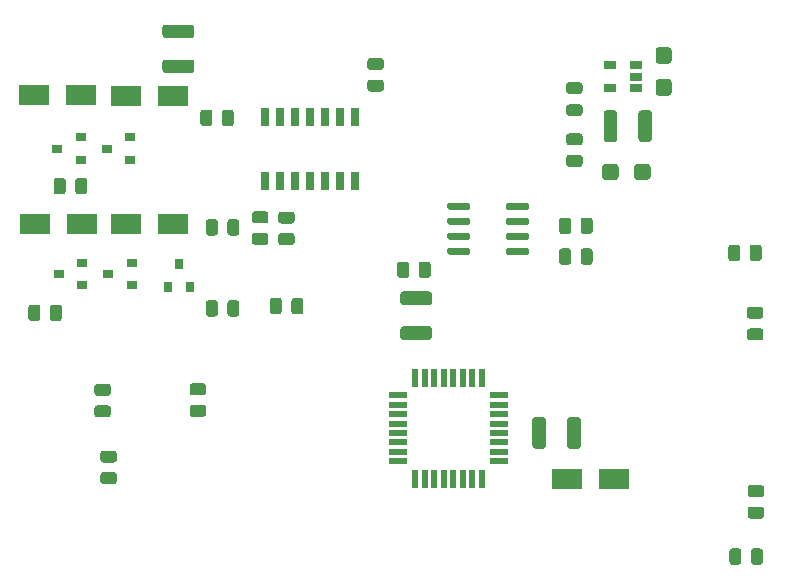
<source format=gbr>
G04 #@! TF.GenerationSoftware,KiCad,Pcbnew,5.1.7-a382d34a8~87~ubuntu20.04.1*
G04 #@! TF.CreationDate,2020-11-09T08:25:24+01:00*
G04 #@! TF.ProjectId,OpenerV1.1_Board,4f70656e-6572-4563-912e-315f426f6172,rev?*
G04 #@! TF.SameCoordinates,Original*
G04 #@! TF.FileFunction,Paste,Top*
G04 #@! TF.FilePolarity,Positive*
%FSLAX46Y46*%
G04 Gerber Fmt 4.6, Leading zero omitted, Abs format (unit mm)*
G04 Created by KiCad (PCBNEW 5.1.7-a382d34a8~87~ubuntu20.04.1) date 2020-11-09 08:25:24*
%MOMM*%
%LPD*%
G01*
G04 APERTURE LIST*
%ADD10R,2.500000X1.800000*%
%ADD11R,1.060000X0.650000*%
%ADD12R,0.550000X1.600000*%
%ADD13R,1.600000X0.550000*%
%ADD14R,0.900000X0.800000*%
%ADD15R,0.800000X0.900000*%
%ADD16R,0.650000X1.525000*%
G04 APERTURE END LIST*
D10*
X151383500Y-81915000D03*
X147383500Y-81915000D03*
G36*
G01*
X115590501Y-44629500D02*
X113390499Y-44629500D01*
G75*
G02*
X113140500Y-44379501I0J249999D01*
G01*
X113140500Y-43729499D01*
G75*
G02*
X113390499Y-43479500I249999J0D01*
G01*
X115590501Y-43479500D01*
G75*
G02*
X115840500Y-43729499I0J-249999D01*
G01*
X115840500Y-44379501D01*
G75*
G02*
X115590501Y-44629500I-249999J0D01*
G01*
G37*
G36*
G01*
X115590501Y-47579500D02*
X113390499Y-47579500D01*
G75*
G02*
X113140500Y-47329501I0J249999D01*
G01*
X113140500Y-46679499D01*
G75*
G02*
X113390499Y-46429500I249999J0D01*
G01*
X115590501Y-46429500D01*
G75*
G02*
X115840500Y-46679499I0J-249999D01*
G01*
X115840500Y-47329501D01*
G75*
G02*
X115590501Y-47579500I-249999J0D01*
G01*
G37*
G36*
G01*
X142214500Y-59014500D02*
X142214500Y-58714500D01*
G75*
G02*
X142364500Y-58564500I150000J0D01*
G01*
X144014500Y-58564500D01*
G75*
G02*
X144164500Y-58714500I0J-150000D01*
G01*
X144164500Y-59014500D01*
G75*
G02*
X144014500Y-59164500I-150000J0D01*
G01*
X142364500Y-59164500D01*
G75*
G02*
X142214500Y-59014500I0J150000D01*
G01*
G37*
G36*
G01*
X142214500Y-60284500D02*
X142214500Y-59984500D01*
G75*
G02*
X142364500Y-59834500I150000J0D01*
G01*
X144014500Y-59834500D01*
G75*
G02*
X144164500Y-59984500I0J-150000D01*
G01*
X144164500Y-60284500D01*
G75*
G02*
X144014500Y-60434500I-150000J0D01*
G01*
X142364500Y-60434500D01*
G75*
G02*
X142214500Y-60284500I0J150000D01*
G01*
G37*
G36*
G01*
X142214500Y-61554500D02*
X142214500Y-61254500D01*
G75*
G02*
X142364500Y-61104500I150000J0D01*
G01*
X144014500Y-61104500D01*
G75*
G02*
X144164500Y-61254500I0J-150000D01*
G01*
X144164500Y-61554500D01*
G75*
G02*
X144014500Y-61704500I-150000J0D01*
G01*
X142364500Y-61704500D01*
G75*
G02*
X142214500Y-61554500I0J150000D01*
G01*
G37*
G36*
G01*
X142214500Y-62824500D02*
X142214500Y-62524500D01*
G75*
G02*
X142364500Y-62374500I150000J0D01*
G01*
X144014500Y-62374500D01*
G75*
G02*
X144164500Y-62524500I0J-150000D01*
G01*
X144164500Y-62824500D01*
G75*
G02*
X144014500Y-62974500I-150000J0D01*
G01*
X142364500Y-62974500D01*
G75*
G02*
X142214500Y-62824500I0J150000D01*
G01*
G37*
G36*
G01*
X137264500Y-62824500D02*
X137264500Y-62524500D01*
G75*
G02*
X137414500Y-62374500I150000J0D01*
G01*
X139064500Y-62374500D01*
G75*
G02*
X139214500Y-62524500I0J-150000D01*
G01*
X139214500Y-62824500D01*
G75*
G02*
X139064500Y-62974500I-150000J0D01*
G01*
X137414500Y-62974500D01*
G75*
G02*
X137264500Y-62824500I0J150000D01*
G01*
G37*
G36*
G01*
X137264500Y-61554500D02*
X137264500Y-61254500D01*
G75*
G02*
X137414500Y-61104500I150000J0D01*
G01*
X139064500Y-61104500D01*
G75*
G02*
X139214500Y-61254500I0J-150000D01*
G01*
X139214500Y-61554500D01*
G75*
G02*
X139064500Y-61704500I-150000J0D01*
G01*
X137414500Y-61704500D01*
G75*
G02*
X137264500Y-61554500I0J150000D01*
G01*
G37*
G36*
G01*
X137264500Y-60284500D02*
X137264500Y-59984500D01*
G75*
G02*
X137414500Y-59834500I150000J0D01*
G01*
X139064500Y-59834500D01*
G75*
G02*
X139214500Y-59984500I0J-150000D01*
G01*
X139214500Y-60284500D01*
G75*
G02*
X139064500Y-60434500I-150000J0D01*
G01*
X137414500Y-60434500D01*
G75*
G02*
X137264500Y-60284500I0J150000D01*
G01*
G37*
G36*
G01*
X137264500Y-59014500D02*
X137264500Y-58714500D01*
G75*
G02*
X137414500Y-58564500I150000J0D01*
G01*
X139064500Y-58564500D01*
G75*
G02*
X139214500Y-58714500I0J-150000D01*
G01*
X139214500Y-59014500D01*
G75*
G02*
X139064500Y-59164500I-150000J0D01*
G01*
X137414500Y-59164500D01*
G75*
G02*
X137264500Y-59014500I0J150000D01*
G01*
G37*
G36*
G01*
X130740998Y-48128500D02*
X131641002Y-48128500D01*
G75*
G02*
X131891000Y-48378498I0J-249998D01*
G01*
X131891000Y-48903502D01*
G75*
G02*
X131641002Y-49153500I-249998J0D01*
G01*
X130740998Y-49153500D01*
G75*
G02*
X130491000Y-48903502I0J249998D01*
G01*
X130491000Y-48378498D01*
G75*
G02*
X130740998Y-48128500I249998J0D01*
G01*
G37*
G36*
G01*
X130740998Y-46303500D02*
X131641002Y-46303500D01*
G75*
G02*
X131891000Y-46553498I0J-249998D01*
G01*
X131891000Y-47078502D01*
G75*
G02*
X131641002Y-47328500I-249998J0D01*
G01*
X130740998Y-47328500D01*
G75*
G02*
X130491000Y-47078502I0J249998D01*
G01*
X130491000Y-46553498D01*
G75*
G02*
X130740998Y-46303500I249998J0D01*
G01*
G37*
D11*
X151046000Y-48829000D03*
X151046000Y-46929000D03*
X153246000Y-46929000D03*
X153246000Y-47879000D03*
X153246000Y-48829000D03*
D12*
X134556500Y-73406000D03*
X135356500Y-73406000D03*
X136156500Y-73406000D03*
X136956500Y-73406000D03*
X137756500Y-73406000D03*
X138556500Y-73406000D03*
X139356500Y-73406000D03*
X140156500Y-73406000D03*
D13*
X141606500Y-74856000D03*
X141606500Y-75656000D03*
X141606500Y-76456000D03*
X141606500Y-77256000D03*
X141606500Y-78056000D03*
X141606500Y-78856000D03*
X141606500Y-79656000D03*
X141606500Y-80456000D03*
D12*
X140156500Y-81906000D03*
X139356500Y-81906000D03*
X138556500Y-81906000D03*
X137756500Y-81906000D03*
X136956500Y-81906000D03*
X136156500Y-81906000D03*
X135356500Y-81906000D03*
X134556500Y-81906000D03*
D13*
X133106500Y-80456000D03*
X133106500Y-79656000D03*
X133106500Y-78856000D03*
X133106500Y-78056000D03*
X133106500Y-77256000D03*
X133106500Y-76456000D03*
X133106500Y-75656000D03*
X133106500Y-74856000D03*
G36*
G01*
X124084502Y-60329500D02*
X123184498Y-60329500D01*
G75*
G02*
X122934500Y-60079502I0J249998D01*
G01*
X122934500Y-59554498D01*
G75*
G02*
X123184498Y-59304500I249998J0D01*
G01*
X124084502Y-59304500D01*
G75*
G02*
X124334500Y-59554498I0J-249998D01*
G01*
X124334500Y-60079502D01*
G75*
G02*
X124084502Y-60329500I-249998J0D01*
G01*
G37*
G36*
G01*
X124084502Y-62154500D02*
X123184498Y-62154500D01*
G75*
G02*
X122934500Y-61904502I0J249998D01*
G01*
X122934500Y-61379498D01*
G75*
G02*
X123184498Y-61129500I249998J0D01*
G01*
X124084502Y-61129500D01*
G75*
G02*
X124334500Y-61379498I0J-249998D01*
G01*
X124334500Y-61904502D01*
G75*
G02*
X124084502Y-62154500I-249998J0D01*
G01*
G37*
G36*
G01*
X121862002Y-60306000D02*
X120961998Y-60306000D01*
G75*
G02*
X120712000Y-60056002I0J249998D01*
G01*
X120712000Y-59530998D01*
G75*
G02*
X120961998Y-59281000I249998J0D01*
G01*
X121862002Y-59281000D01*
G75*
G02*
X122112000Y-59530998I0J-249998D01*
G01*
X122112000Y-60056002D01*
G75*
G02*
X121862002Y-60306000I-249998J0D01*
G01*
G37*
G36*
G01*
X121862002Y-62131000D02*
X120961998Y-62131000D01*
G75*
G02*
X120712000Y-61881002I0J249998D01*
G01*
X120712000Y-61355998D01*
G75*
G02*
X120961998Y-61106000I249998J0D01*
G01*
X121862002Y-61106000D01*
G75*
G02*
X122112000Y-61355998I0J-249998D01*
G01*
X122112000Y-61881002D01*
G75*
G02*
X121862002Y-62131000I-249998J0D01*
G01*
G37*
G36*
G01*
X117837000Y-60192498D02*
X117837000Y-61092502D01*
G75*
G02*
X117587002Y-61342500I-249998J0D01*
G01*
X117061998Y-61342500D01*
G75*
G02*
X116812000Y-61092502I0J249998D01*
G01*
X116812000Y-60192498D01*
G75*
G02*
X117061998Y-59942500I249998J0D01*
G01*
X117587002Y-59942500D01*
G75*
G02*
X117837000Y-60192498I0J-249998D01*
G01*
G37*
G36*
G01*
X119662000Y-60192498D02*
X119662000Y-61092502D01*
G75*
G02*
X119412002Y-61342500I-249998J0D01*
G01*
X118886998Y-61342500D01*
G75*
G02*
X118637000Y-61092502I0J249998D01*
G01*
X118637000Y-60192498D01*
G75*
G02*
X118886998Y-59942500I249998J0D01*
G01*
X119412002Y-59942500D01*
G75*
G02*
X119662000Y-60192498I0J-249998D01*
G01*
G37*
G36*
G01*
X123258000Y-66859998D02*
X123258000Y-67760002D01*
G75*
G02*
X123008002Y-68010000I-249998J0D01*
G01*
X122482998Y-68010000D01*
G75*
G02*
X122233000Y-67760002I0J249998D01*
G01*
X122233000Y-66859998D01*
G75*
G02*
X122482998Y-66610000I249998J0D01*
G01*
X123008002Y-66610000D01*
G75*
G02*
X123258000Y-66859998I0J-249998D01*
G01*
G37*
G36*
G01*
X125083000Y-66859998D02*
X125083000Y-67760002D01*
G75*
G02*
X124833002Y-68010000I-249998J0D01*
G01*
X124307998Y-68010000D01*
G75*
G02*
X124058000Y-67760002I0J249998D01*
G01*
X124058000Y-66859998D01*
G75*
G02*
X124307998Y-66610000I249998J0D01*
G01*
X124833002Y-66610000D01*
G75*
G02*
X125083000Y-66859998I0J-249998D01*
G01*
G37*
G36*
G01*
X117369000Y-50921498D02*
X117369000Y-51821502D01*
G75*
G02*
X117119002Y-52071500I-249998J0D01*
G01*
X116593998Y-52071500D01*
G75*
G02*
X116344000Y-51821502I0J249998D01*
G01*
X116344000Y-50921498D01*
G75*
G02*
X116593998Y-50671500I249998J0D01*
G01*
X117119002Y-50671500D01*
G75*
G02*
X117369000Y-50921498I0J-249998D01*
G01*
G37*
G36*
G01*
X119194000Y-50921498D02*
X119194000Y-51821502D01*
G75*
G02*
X118944002Y-52071500I-249998J0D01*
G01*
X118418998Y-52071500D01*
G75*
G02*
X118169000Y-51821502I0J249998D01*
G01*
X118169000Y-50921498D01*
G75*
G02*
X118418998Y-50671500I249998J0D01*
G01*
X118944002Y-50671500D01*
G75*
G02*
X119194000Y-50921498I0J-249998D01*
G01*
G37*
G36*
G01*
X105746500Y-57600002D02*
X105746500Y-56699998D01*
G75*
G02*
X105996498Y-56450000I249998J0D01*
G01*
X106521502Y-56450000D01*
G75*
G02*
X106771500Y-56699998I0J-249998D01*
G01*
X106771500Y-57600002D01*
G75*
G02*
X106521502Y-57850000I-249998J0D01*
G01*
X105996498Y-57850000D01*
G75*
G02*
X105746500Y-57600002I0J249998D01*
G01*
G37*
G36*
G01*
X103921500Y-57600002D02*
X103921500Y-56699998D01*
G75*
G02*
X104171498Y-56450000I249998J0D01*
G01*
X104696502Y-56450000D01*
G75*
G02*
X104946500Y-56699998I0J-249998D01*
G01*
X104946500Y-57600002D01*
G75*
G02*
X104696502Y-57850000I-249998J0D01*
G01*
X104171498Y-57850000D01*
G75*
G02*
X103921500Y-57600002I0J249998D01*
G01*
G37*
G36*
G01*
X147745500Y-60065498D02*
X147745500Y-60965502D01*
G75*
G02*
X147495502Y-61215500I-249998J0D01*
G01*
X146970498Y-61215500D01*
G75*
G02*
X146720500Y-60965502I0J249998D01*
G01*
X146720500Y-60065498D01*
G75*
G02*
X146970498Y-59815500I249998J0D01*
G01*
X147495502Y-59815500D01*
G75*
G02*
X147745500Y-60065498I0J-249998D01*
G01*
G37*
G36*
G01*
X149570500Y-60065498D02*
X149570500Y-60965502D01*
G75*
G02*
X149320502Y-61215500I-249998J0D01*
G01*
X148795498Y-61215500D01*
G75*
G02*
X148545500Y-60965502I0J249998D01*
G01*
X148545500Y-60065498D01*
G75*
G02*
X148795498Y-59815500I249998J0D01*
G01*
X149320502Y-59815500D01*
G75*
G02*
X149570500Y-60065498I0J-249998D01*
G01*
G37*
G36*
G01*
X147745500Y-62668998D02*
X147745500Y-63569002D01*
G75*
G02*
X147495502Y-63819000I-249998J0D01*
G01*
X146970498Y-63819000D01*
G75*
G02*
X146720500Y-63569002I0J249998D01*
G01*
X146720500Y-62668998D01*
G75*
G02*
X146970498Y-62419000I249998J0D01*
G01*
X147495502Y-62419000D01*
G75*
G02*
X147745500Y-62668998I0J-249998D01*
G01*
G37*
G36*
G01*
X149570500Y-62668998D02*
X149570500Y-63569002D01*
G75*
G02*
X149320502Y-63819000I-249998J0D01*
G01*
X148795498Y-63819000D01*
G75*
G02*
X148545500Y-63569002I0J249998D01*
G01*
X148545500Y-62668998D01*
G75*
G02*
X148795498Y-62419000I249998J0D01*
G01*
X149320502Y-62419000D01*
G75*
G02*
X149570500Y-62668998I0J-249998D01*
G01*
G37*
G36*
G01*
X118637000Y-67950502D02*
X118637000Y-67050498D01*
G75*
G02*
X118886998Y-66800500I249998J0D01*
G01*
X119412002Y-66800500D01*
G75*
G02*
X119662000Y-67050498I0J-249998D01*
G01*
X119662000Y-67950502D01*
G75*
G02*
X119412002Y-68200500I-249998J0D01*
G01*
X118886998Y-68200500D01*
G75*
G02*
X118637000Y-67950502I0J249998D01*
G01*
G37*
G36*
G01*
X116812000Y-67950502D02*
X116812000Y-67050498D01*
G75*
G02*
X117061998Y-66800500I249998J0D01*
G01*
X117587002Y-66800500D01*
G75*
G02*
X117837000Y-67050498I0J-249998D01*
G01*
X117837000Y-67950502D01*
G75*
G02*
X117587002Y-68200500I-249998J0D01*
G01*
X117061998Y-68200500D01*
G75*
G02*
X116812000Y-67950502I0J249998D01*
G01*
G37*
G36*
G01*
X116591502Y-74871000D02*
X115691498Y-74871000D01*
G75*
G02*
X115441500Y-74621002I0J249998D01*
G01*
X115441500Y-74095998D01*
G75*
G02*
X115691498Y-73846000I249998J0D01*
G01*
X116591502Y-73846000D01*
G75*
G02*
X116841500Y-74095998I0J-249998D01*
G01*
X116841500Y-74621002D01*
G75*
G02*
X116591502Y-74871000I-249998J0D01*
G01*
G37*
G36*
G01*
X116591502Y-76696000D02*
X115691498Y-76696000D01*
G75*
G02*
X115441500Y-76446002I0J249998D01*
G01*
X115441500Y-75920998D01*
G75*
G02*
X115691498Y-75671000I249998J0D01*
G01*
X116591502Y-75671000D01*
G75*
G02*
X116841500Y-75920998I0J-249998D01*
G01*
X116841500Y-76446002D01*
G75*
G02*
X116591502Y-76696000I-249998J0D01*
G01*
G37*
G36*
G01*
X103611000Y-68331502D02*
X103611000Y-67431498D01*
G75*
G02*
X103860998Y-67181500I249998J0D01*
G01*
X104386002Y-67181500D01*
G75*
G02*
X104636000Y-67431498I0J-249998D01*
G01*
X104636000Y-68331502D01*
G75*
G02*
X104386002Y-68581500I-249998J0D01*
G01*
X103860998Y-68581500D01*
G75*
G02*
X103611000Y-68331502I0J249998D01*
G01*
G37*
G36*
G01*
X101786000Y-68331502D02*
X101786000Y-67431498D01*
G75*
G02*
X102035998Y-67181500I249998J0D01*
G01*
X102561002Y-67181500D01*
G75*
G02*
X102811000Y-67431498I0J-249998D01*
G01*
X102811000Y-68331502D01*
G75*
G02*
X102561002Y-68581500I-249998J0D01*
G01*
X102035998Y-68581500D01*
G75*
G02*
X101786000Y-68331502I0J249998D01*
G01*
G37*
G36*
G01*
X108527002Y-74911000D02*
X107626998Y-74911000D01*
G75*
G02*
X107377000Y-74661002I0J249998D01*
G01*
X107377000Y-74135998D01*
G75*
G02*
X107626998Y-73886000I249998J0D01*
G01*
X108527002Y-73886000D01*
G75*
G02*
X108777000Y-74135998I0J-249998D01*
G01*
X108777000Y-74661002D01*
G75*
G02*
X108527002Y-74911000I-249998J0D01*
G01*
G37*
G36*
G01*
X108527002Y-76736000D02*
X107626998Y-76736000D01*
G75*
G02*
X107377000Y-76486002I0J249998D01*
G01*
X107377000Y-75960998D01*
G75*
G02*
X107626998Y-75711000I249998J0D01*
G01*
X108527002Y-75711000D01*
G75*
G02*
X108777000Y-75960998I0J-249998D01*
G01*
X108777000Y-76486002D01*
G75*
G02*
X108527002Y-76736000I-249998J0D01*
G01*
G37*
G36*
G01*
X162056500Y-62351498D02*
X162056500Y-63251502D01*
G75*
G02*
X161806502Y-63501500I-249998J0D01*
G01*
X161281498Y-63501500D01*
G75*
G02*
X161031500Y-63251502I0J249998D01*
G01*
X161031500Y-62351498D01*
G75*
G02*
X161281498Y-62101500I249998J0D01*
G01*
X161806502Y-62101500D01*
G75*
G02*
X162056500Y-62351498I0J-249998D01*
G01*
G37*
G36*
G01*
X163881500Y-62351498D02*
X163881500Y-63251502D01*
G75*
G02*
X163631502Y-63501500I-249998J0D01*
G01*
X163106498Y-63501500D01*
G75*
G02*
X162856500Y-63251502I0J249998D01*
G01*
X162856500Y-62351498D01*
G75*
G02*
X163106498Y-62101500I249998J0D01*
G01*
X163631502Y-62101500D01*
G75*
G02*
X163881500Y-62351498I0J-249998D01*
G01*
G37*
G36*
G01*
X162960000Y-88969002D02*
X162960000Y-88068998D01*
G75*
G02*
X163209998Y-87819000I249998J0D01*
G01*
X163735002Y-87819000D01*
G75*
G02*
X163985000Y-88068998I0J-249998D01*
G01*
X163985000Y-88969002D01*
G75*
G02*
X163735002Y-89219000I-249998J0D01*
G01*
X163209998Y-89219000D01*
G75*
G02*
X162960000Y-88969002I0J249998D01*
G01*
G37*
G36*
G01*
X161135000Y-88969002D02*
X161135000Y-88068998D01*
G75*
G02*
X161384998Y-87819000I249998J0D01*
G01*
X161910002Y-87819000D01*
G75*
G02*
X162160000Y-88068998I0J-249998D01*
G01*
X162160000Y-88969002D01*
G75*
G02*
X161910002Y-89219000I-249998J0D01*
G01*
X161384998Y-89219000D01*
G75*
G02*
X161135000Y-88969002I0J249998D01*
G01*
G37*
G36*
G01*
X163772002Y-68394000D02*
X162871998Y-68394000D01*
G75*
G02*
X162622000Y-68144002I0J249998D01*
G01*
X162622000Y-67618998D01*
G75*
G02*
X162871998Y-67369000I249998J0D01*
G01*
X163772002Y-67369000D01*
G75*
G02*
X164022000Y-67618998I0J-249998D01*
G01*
X164022000Y-68144002D01*
G75*
G02*
X163772002Y-68394000I-249998J0D01*
G01*
G37*
G36*
G01*
X163772002Y-70219000D02*
X162871998Y-70219000D01*
G75*
G02*
X162622000Y-69969002I0J249998D01*
G01*
X162622000Y-69443998D01*
G75*
G02*
X162871998Y-69194000I249998J0D01*
G01*
X163772002Y-69194000D01*
G75*
G02*
X164022000Y-69443998I0J-249998D01*
G01*
X164022000Y-69969002D01*
G75*
G02*
X163772002Y-70219000I-249998J0D01*
G01*
G37*
G36*
G01*
X163835502Y-83483500D02*
X162935498Y-83483500D01*
G75*
G02*
X162685500Y-83233502I0J249998D01*
G01*
X162685500Y-82708498D01*
G75*
G02*
X162935498Y-82458500I249998J0D01*
G01*
X163835502Y-82458500D01*
G75*
G02*
X164085500Y-82708498I0J-249998D01*
G01*
X164085500Y-83233502D01*
G75*
G02*
X163835502Y-83483500I-249998J0D01*
G01*
G37*
G36*
G01*
X163835502Y-85308500D02*
X162935498Y-85308500D01*
G75*
G02*
X162685500Y-85058502I0J249998D01*
G01*
X162685500Y-84533498D01*
G75*
G02*
X162935498Y-84283500I249998J0D01*
G01*
X163835502Y-84283500D01*
G75*
G02*
X164085500Y-84533498I0J-249998D01*
G01*
X164085500Y-85058502D01*
G75*
G02*
X163835502Y-85308500I-249998J0D01*
G01*
G37*
G36*
G01*
X108134998Y-81362500D02*
X109035002Y-81362500D01*
G75*
G02*
X109285000Y-81612498I0J-249998D01*
G01*
X109285000Y-82137502D01*
G75*
G02*
X109035002Y-82387500I-249998J0D01*
G01*
X108134998Y-82387500D01*
G75*
G02*
X107885000Y-82137502I0J249998D01*
G01*
X107885000Y-81612498D01*
G75*
G02*
X108134998Y-81362500I249998J0D01*
G01*
G37*
G36*
G01*
X108134998Y-79537500D02*
X109035002Y-79537500D01*
G75*
G02*
X109285000Y-79787498I0J-249998D01*
G01*
X109285000Y-80312502D01*
G75*
G02*
X109035002Y-80562500I-249998J0D01*
G01*
X108134998Y-80562500D01*
G75*
G02*
X107885000Y-80312502I0J249998D01*
G01*
X107885000Y-79787498D01*
G75*
G02*
X108134998Y-79537500I249998J0D01*
G01*
G37*
G36*
G01*
X134029500Y-63788498D02*
X134029500Y-64688502D01*
G75*
G02*
X133779502Y-64938500I-249998J0D01*
G01*
X133254498Y-64938500D01*
G75*
G02*
X133004500Y-64688502I0J249998D01*
G01*
X133004500Y-63788498D01*
G75*
G02*
X133254498Y-63538500I249998J0D01*
G01*
X133779502Y-63538500D01*
G75*
G02*
X134029500Y-63788498I0J-249998D01*
G01*
G37*
G36*
G01*
X135854500Y-63788498D02*
X135854500Y-64688502D01*
G75*
G02*
X135604502Y-64938500I-249998J0D01*
G01*
X135079498Y-64938500D01*
G75*
G02*
X134829500Y-64688502I0J249998D01*
G01*
X134829500Y-63788498D01*
G75*
G02*
X135079498Y-63538500I249998J0D01*
G01*
X135604502Y-63538500D01*
G75*
G02*
X135854500Y-63788498I0J-249998D01*
G01*
G37*
G36*
G01*
X147568498Y-54502000D02*
X148468502Y-54502000D01*
G75*
G02*
X148718500Y-54751998I0J-249998D01*
G01*
X148718500Y-55277002D01*
G75*
G02*
X148468502Y-55527000I-249998J0D01*
G01*
X147568498Y-55527000D01*
G75*
G02*
X147318500Y-55277002I0J249998D01*
G01*
X147318500Y-54751998D01*
G75*
G02*
X147568498Y-54502000I249998J0D01*
G01*
G37*
G36*
G01*
X147568498Y-52677000D02*
X148468502Y-52677000D01*
G75*
G02*
X148718500Y-52926998I0J-249998D01*
G01*
X148718500Y-53452002D01*
G75*
G02*
X148468502Y-53702000I-249998J0D01*
G01*
X147568498Y-53702000D01*
G75*
G02*
X147318500Y-53452002I0J249998D01*
G01*
X147318500Y-52926998D01*
G75*
G02*
X147568498Y-52677000I249998J0D01*
G01*
G37*
D14*
X108410500Y-53975000D03*
X110410500Y-53025000D03*
X110410500Y-54925000D03*
X104219500Y-53975000D03*
X106219500Y-53025000D03*
X106219500Y-54925000D03*
D15*
X114554000Y-63706500D03*
X115504000Y-65706500D03*
X113604000Y-65706500D03*
D14*
X108537500Y-64579500D03*
X110537500Y-63629500D03*
X110537500Y-65529500D03*
X104346500Y-64579500D03*
X106346500Y-63629500D03*
X106346500Y-65529500D03*
D16*
X129476500Y-56750500D03*
X128206500Y-56750500D03*
X126936500Y-56750500D03*
X125666500Y-56750500D03*
X124396500Y-56750500D03*
X123126500Y-56750500D03*
X121856500Y-56750500D03*
X121856500Y-51326500D03*
X123126500Y-51326500D03*
X124396500Y-51326500D03*
X125666500Y-51326500D03*
X126936500Y-51326500D03*
X128206500Y-51326500D03*
X129476500Y-51326500D03*
D10*
X114045500Y-49530000D03*
X110045500Y-49530000D03*
X106235500Y-49403000D03*
X102235500Y-49403000D03*
X114045500Y-60388500D03*
X110045500Y-60388500D03*
X106330500Y-60388500D03*
X102330500Y-60388500D03*
G36*
G01*
X148474750Y-49334000D02*
X147562250Y-49334000D01*
G75*
G02*
X147318500Y-49090250I0J243750D01*
G01*
X147318500Y-48602750D01*
G75*
G02*
X147562250Y-48359000I243750J0D01*
G01*
X148474750Y-48359000D01*
G75*
G02*
X148718500Y-48602750I0J-243750D01*
G01*
X148718500Y-49090250D01*
G75*
G02*
X148474750Y-49334000I-243750J0D01*
G01*
G37*
G36*
G01*
X148474750Y-51209000D02*
X147562250Y-51209000D01*
G75*
G02*
X147318500Y-50965250I0J243750D01*
G01*
X147318500Y-50477750D01*
G75*
G02*
X147562250Y-50234000I243750J0D01*
G01*
X148474750Y-50234000D01*
G75*
G02*
X148718500Y-50477750I0J-243750D01*
G01*
X148718500Y-50965250D01*
G75*
G02*
X148474750Y-51209000I-243750J0D01*
G01*
G37*
G36*
G01*
X156000001Y-46784500D02*
X155149999Y-46784500D01*
G75*
G02*
X154900000Y-46534501I0J249999D01*
G01*
X154900000Y-45634499D01*
G75*
G02*
X155149999Y-45384500I249999J0D01*
G01*
X156000001Y-45384500D01*
G75*
G02*
X156250000Y-45634499I0J-249999D01*
G01*
X156250000Y-46534501D01*
G75*
G02*
X156000001Y-46784500I-249999J0D01*
G01*
G37*
G36*
G01*
X156000001Y-49484500D02*
X155149999Y-49484500D01*
G75*
G02*
X154900000Y-49234501I0J249999D01*
G01*
X154900000Y-48334499D01*
G75*
G02*
X155149999Y-48084500I249999J0D01*
G01*
X156000001Y-48084500D01*
G75*
G02*
X156250000Y-48334499I0J-249999D01*
G01*
X156250000Y-49234501D01*
G75*
G02*
X156000001Y-49484500I-249999J0D01*
G01*
G37*
G36*
G01*
X153066500Y-56368501D02*
X153066500Y-55518499D01*
G75*
G02*
X153316499Y-55268500I249999J0D01*
G01*
X154216501Y-55268500D01*
G75*
G02*
X154466500Y-55518499I0J-249999D01*
G01*
X154466500Y-56368501D01*
G75*
G02*
X154216501Y-56618500I-249999J0D01*
G01*
X153316499Y-56618500D01*
G75*
G02*
X153066500Y-56368501I0J249999D01*
G01*
G37*
G36*
G01*
X150366500Y-56368501D02*
X150366500Y-55518499D01*
G75*
G02*
X150616499Y-55268500I249999J0D01*
G01*
X151516501Y-55268500D01*
G75*
G02*
X151766500Y-55518499I0J-249999D01*
G01*
X151766500Y-56368501D01*
G75*
G02*
X151516501Y-56618500I-249999J0D01*
G01*
X150616499Y-56618500D01*
G75*
G02*
X150366500Y-56368501I0J249999D01*
G01*
G37*
G36*
G01*
X133519999Y-69021000D02*
X135720001Y-69021000D01*
G75*
G02*
X135970000Y-69270999I0J-249999D01*
G01*
X135970000Y-69921001D01*
G75*
G02*
X135720001Y-70171000I-249999J0D01*
G01*
X133519999Y-70171000D01*
G75*
G02*
X133270000Y-69921001I0J249999D01*
G01*
X133270000Y-69270999D01*
G75*
G02*
X133519999Y-69021000I249999J0D01*
G01*
G37*
G36*
G01*
X133519999Y-66071000D02*
X135720001Y-66071000D01*
G75*
G02*
X135970000Y-66320999I0J-249999D01*
G01*
X135970000Y-66971001D01*
G75*
G02*
X135720001Y-67221000I-249999J0D01*
G01*
X133519999Y-67221000D01*
G75*
G02*
X133270000Y-66971001I0J249999D01*
G01*
X133270000Y-66320999D01*
G75*
G02*
X133519999Y-66071000I249999J0D01*
G01*
G37*
G36*
G01*
X153441500Y-53170001D02*
X153441500Y-50969999D01*
G75*
G02*
X153691499Y-50720000I249999J0D01*
G01*
X154341501Y-50720000D01*
G75*
G02*
X154591500Y-50969999I0J-249999D01*
G01*
X154591500Y-53170001D01*
G75*
G02*
X154341501Y-53420000I-249999J0D01*
G01*
X153691499Y-53420000D01*
G75*
G02*
X153441500Y-53170001I0J249999D01*
G01*
G37*
G36*
G01*
X150491500Y-53170001D02*
X150491500Y-50969999D01*
G75*
G02*
X150741499Y-50720000I249999J0D01*
G01*
X151391501Y-50720000D01*
G75*
G02*
X151641500Y-50969999I0J-249999D01*
G01*
X151641500Y-53170001D01*
G75*
G02*
X151391501Y-53420000I-249999J0D01*
G01*
X150741499Y-53420000D01*
G75*
G02*
X150491500Y-53170001I0J249999D01*
G01*
G37*
G36*
G01*
X147409000Y-79141501D02*
X147409000Y-76941499D01*
G75*
G02*
X147658999Y-76691500I249999J0D01*
G01*
X148309001Y-76691500D01*
G75*
G02*
X148559000Y-76941499I0J-249999D01*
G01*
X148559000Y-79141501D01*
G75*
G02*
X148309001Y-79391500I-249999J0D01*
G01*
X147658999Y-79391500D01*
G75*
G02*
X147409000Y-79141501I0J249999D01*
G01*
G37*
G36*
G01*
X144459000Y-79141501D02*
X144459000Y-76941499D01*
G75*
G02*
X144708999Y-76691500I249999J0D01*
G01*
X145359001Y-76691500D01*
G75*
G02*
X145609000Y-76941499I0J-249999D01*
G01*
X145609000Y-79141501D01*
G75*
G02*
X145359001Y-79391500I-249999J0D01*
G01*
X144708999Y-79391500D01*
G75*
G02*
X144459000Y-79141501I0J249999D01*
G01*
G37*
M02*

</source>
